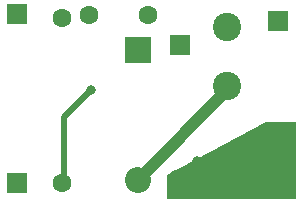
<source format=gtl>
G04 #@! TF.GenerationSoftware,KiCad,Pcbnew,5.0.0-rc1-44a33f2~62~ubuntu16.04.1*
G04 #@! TF.CreationDate,2018-03-21T06:14:50+02:00*
G04 #@! TF.ProjectId,buck_led_driver,6275636B5F6C65645F6472697665722E,rev?*
G04 #@! TF.SameCoordinates,Original*
G04 #@! TF.FileFunction,Copper,L1,Top,Signal*
G04 #@! TF.FilePolarity,Positive*
%FSLAX46Y46*%
G04 Gerber Fmt 4.6, Leading zero omitted, Abs format (unit mm)*
G04 Created by KiCad (PCBNEW 5.0.0-rc1-44a33f2~62~ubuntu16.04.1) date Wed Mar 21 06:14:50 2018*
%MOMM*%
%LPD*%
G01*
G04 APERTURE LIST*
%ADD10R,1.700000X1.700000*%
%ADD11C,2.400000*%
%ADD12O,2.200000X2.200000*%
%ADD13R,2.200000X2.200000*%
%ADD14C,1.600000*%
%ADD15C,0.800000*%
%ADD16C,0.500000*%
%ADD17C,1.000000*%
%ADD18C,0.100000*%
G04 APERTURE END LIST*
D10*
X173250000Y-81750000D03*
X165000000Y-83750000D03*
D11*
X169000000Y-82250000D03*
X169000000Y-87250000D03*
D12*
X161400000Y-95200000D03*
D13*
X161400000Y-84200000D03*
D14*
X155000000Y-81500000D03*
X155000000Y-95500000D03*
D10*
X151200000Y-81200000D03*
X151200000Y-95500000D03*
D14*
X157250000Y-81250000D03*
X162250000Y-81250000D03*
D15*
X164530000Y-94800000D03*
X164530000Y-96000000D03*
X157480000Y-87629988D03*
X166400000Y-93600000D03*
X167000000Y-94800000D03*
X167000000Y-96000000D03*
X165800000Y-96000000D03*
X165800000Y-94800000D03*
X167800000Y-93600000D03*
D16*
X155000000Y-95500000D02*
X155194000Y-95306000D01*
X155194000Y-95306000D02*
X155194000Y-89916000D01*
X157480000Y-87630000D02*
X157480000Y-87629988D01*
X155194000Y-89916000D02*
X157480000Y-87630000D01*
D17*
X161400000Y-95200000D02*
X169000000Y-87600000D01*
D16*
X169000000Y-87600000D02*
X169000000Y-87250000D01*
D18*
G36*
X174700000Y-96700000D02*
X163874418Y-96700000D01*
X163881687Y-94812185D01*
X172263328Y-90300000D01*
X174700000Y-90300000D01*
X174700000Y-96700000D01*
X174700000Y-96700000D01*
G37*
X174700000Y-96700000D02*
X163874418Y-96700000D01*
X163881687Y-94812185D01*
X172263328Y-90300000D01*
X174700000Y-90300000D01*
X174700000Y-96700000D01*
M02*

</source>
